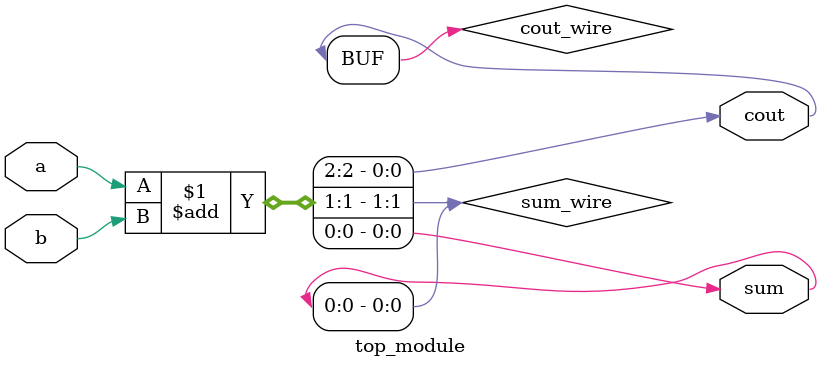
<source format=sv>
module top_module (
	input a,
	input b,
	output sum,
	output cout
);

	// Wire declaration
	wire [1:0] sum_wire;
	wire cout_wire;

	// Adder implementation
	assign {cout_wire, sum_wire} = a + b;

	// Output assignment
	assign sum = sum_wire;
	assign cout = cout_wire;

endmodule

</source>
